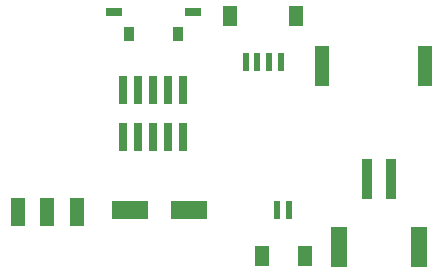
<source format=gbp>
G04 #@! TF.GenerationSoftware,KiCad,Pcbnew,(5.1.6-0-10_14)*
G04 #@! TF.CreationDate,2020-08-05T18:55:13-07:00*
G04 #@! TF.ProjectId,StringCar_M0_Express,53747269-6e67-4436-9172-5f4d305f4578,v06*
G04 #@! TF.SameCoordinates,Original*
G04 #@! TF.FileFunction,Paste,Bot*
G04 #@! TF.FilePolarity,Positive*
%FSLAX46Y46*%
G04 Gerber Fmt 4.6, Leading zero omitted, Abs format (unit mm)*
G04 Created by KiCad (PCBNEW (5.1.6-0-10_14)) date 2020-08-05 18:55:13*
%MOMM*%
%LPD*%
G01*
G04 APERTURE LIST*
%ADD10R,3.150000X1.550000*%
%ADD11R,0.950000X3.450000*%
%ADD12R,1.450000X3.350000*%
%ADD13R,1.250000X3.350000*%
%ADD14R,0.690000X2.350000*%
%ADD15R,1.200000X2.450000*%
%ADD16R,0.550000X1.500000*%
%ADD17R,1.150000X1.750000*%
%ADD18R,0.850000X1.220000*%
%ADD19R,1.400000X0.750000*%
G04 APERTURE END LIST*
D10*
X113000000Y-111700000D03*
X118000000Y-111700000D03*
D11*
X135100000Y-109025000D03*
X133100000Y-109025000D03*
D12*
X137450000Y-114775000D03*
X130750000Y-114775000D03*
D13*
X137950000Y-99500000D03*
X129250000Y-99500000D03*
D14*
X112460000Y-101550000D03*
X112460000Y-105450000D03*
X113730000Y-101550000D03*
X113730000Y-105450000D03*
X115000000Y-101550000D03*
X115000000Y-105450000D03*
X116270000Y-101550000D03*
X116270000Y-105450000D03*
X117540000Y-101550000D03*
X117540000Y-105450000D03*
D15*
X103500000Y-111850000D03*
X106000000Y-111850000D03*
X108500000Y-111850000D03*
D16*
X122800000Y-99137500D03*
X123800000Y-99137500D03*
X124800000Y-99137500D03*
X125800000Y-99137500D03*
D17*
X121500000Y-95262500D03*
X127100000Y-95262500D03*
D18*
X112900000Y-96800000D03*
X117100000Y-96800000D03*
D19*
X118350000Y-94900000D03*
X111650000Y-94900000D03*
D16*
X126500000Y-111662500D03*
X125500000Y-111662500D03*
D17*
X127800000Y-115537500D03*
X124200000Y-115537500D03*
M02*

</source>
